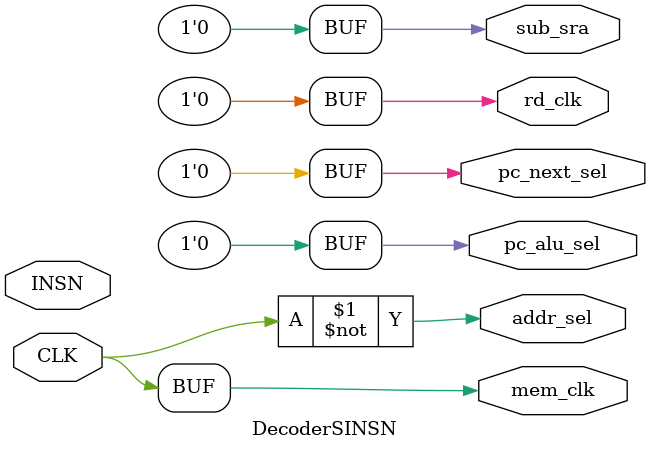
<source format=v>
/* 
Módulo para decodificação de instruções do tipo S (store) seguindo o ISA do risc-v. O módulo recebe a instrução e o sinal de clock
do processador, e retorna todas as saídas relevantes e não relevantes
para serem enviadas ao circuito
*/
module DecoderSINSN (
  input wire [31:0] INSN , // instrução de 32 bits
  input wire CLK, // sinal de Clock  
  output wire addr_sel, pc_next_sel, pc_alu_sel,sub_sra,
  // controle de adição/subtração controle de escolha de endereço, program counter,
  //e entrada da ALU do program counter
  output wire rd_clk, mem_clk // Saídas de clock dos registradores e da memória
);

  assign addr_sel = ~CLK; // o endereço de memória deve receber o resultado da alu inicialmente, entretanto em seguida deve voltar para o pc, oque coincide com o sinal de clock invertido do processador

  assign sub_sra = 0; // como haverá soma, sempre será 0
  
  assign pc_next_sel = 0; // O PC continua recebendo o seu valor incrementado em 4
  assign pc_alu_sel = 0; // A ALU do PC contínua recebendo 4

  assign rd_clk = 0; // como o rd não é utilizado, deve ser deixado em 0 para evitar problemas de gravação
  assign mem_clk = CLK; // Deve ter rising edge quando o addr_sel tem falling edge, coincidindo com o sinal de clock.

endmodule
</source>
